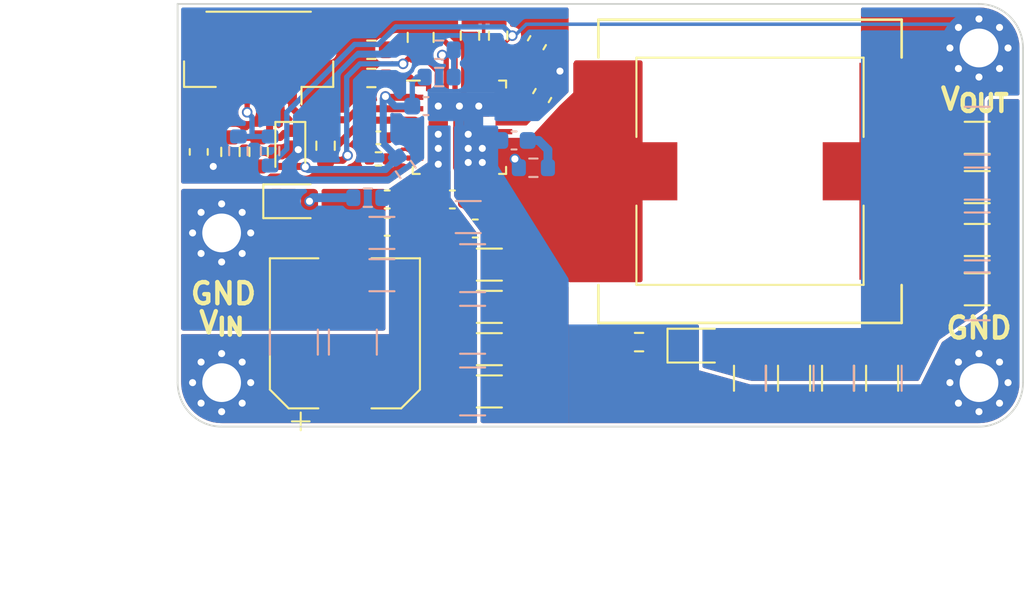
<source format=kicad_pcb>
(kicad_pcb (version 20211014) (generator pcbnew)
  (layers (0 "F.Cu" signal) (1 "In1.Cu" signal) (2 "In2.Cu" signal) (31 "B.Cu" signal) (34 "B.Paste" user) (35 "F.Paste" user) (36 "B.SilkS" user "B.Silkscreen") (37 "F.SilkS" user "F.Silkscreen") (38 "B.Mask" user) (39 "F.Mask" user) (44 "Edge.Cuts" user))
  (net 0 "")
  (net 1 "GND")
  (net 2 "/VOUT")
  (net 3 "/VIN")
  (net 7 "Net-(C13-Pad1)")
  (net 8 "Net-(F1-Pad2)")
  (net 9 "/SW")
  (net 10 "Net-(C13-Pad2)")
  (net 11 "/V_{DD}")
  (net 12 "/V_{DRV}")
  (net 13 "/EN")
  (net 14 "/I_{LIMIT}")
  (net 15 "/mode")
  (net 16 "/softstart")
  (net 17 "Net-(R1-Pad1)")
  (net 18 "/EXT_{PGOOD}")
  (net 19 "/EXT_{VFB}")
  (net 20 "/V_{FB}")
  (net 21 "/F_{SW}")
  (net 22 "Net-(D3-Pad1)")
  (net 23 "/A_{VIN}")
  (net 24 "Net-(D2-Pad2)")
  (net 25 "Net-(C36-Pad2)")
  (footprint "Capacitor_SMD:C_0603_1608Metric" (layer "F.Cu") (at 69.9 86.75)
    (fp_text reference "C19" hide)
    (fp_text value "C_Small" hide)
  )
  (footprint "Diode_SMD:D_0805_2012Metric" (layer "F.Cu") (at 82.5 93.4)
    (fp_text reference "D3" hide)
    (fp_text value "D_Small" hide)
  )
  (footprint "Resistor_SMD:R_0603_1608Metric" (layer "F.Cu") (at 56 82.4 -90)
    (fp_text reference "R8" hide)
    (fp_text value "2k" hide)
  )
  (footprint "Capacitor_SMD:C_1206_3216Metric" (layer "F.Cu") (at 98.4 84.4)
    (fp_text reference "C6" hide)
    (fp_text value "C_Small" hide)
  )
  (footprint "Capacitor_SMD:C_0603_1608Metric" (layer "F.Cu") (at 64.9 86.65 180)
    (fp_text reference "C35" hide)
    (fp_text value "C_Small" hide)
  )
  (footprint "Resistor_SMD:R_0603_1608Metric" (layer "F.Cu") (at 64 78.2)
    (fp_text reference "R4" hide)
    (fp_text value "?" hide)
  )
  (footprint "Capacitor_SMD:C_1206_3216Metric" (layer "F.Cu") (at 90.5 95.25 -90)
    (fp_text reference "C3" hide)
    (fp_text value "C_Small" hide)
  )
  (footprint "Capacitor_SMD:C_0603_1608Metric" (layer "F.Cu") (at 73.7 79.2 60)
    (fp_text reference "C16" hide)
    (fp_text value "4.7uf" hide)
  )
  (footprint "Capacitor_SMD:CP_Elec_8x10" (layer "F.Cu") (at 62.5 92.7 90)
    (fp_text reference "C21" hide)
    (fp_text value "C_Polarized_Small" hide)
  )
  (footprint "Resistor_SMD:R_0603_1608Metric" (layer "F.Cu") (at 61.4 82.05 90)
    (fp_text reference "R9" hide)
    (fp_text value "100k" hide)
  )
  (footprint "Capacitor_SMD:C_1206_3216Metric" (layer "F.Cu") (at 98.4 81.6)
    (fp_text reference "C1" hide)
    (fp_text value "C_Small" hide)
  )
  (footprint "Capacitor_SMD:C_0402_1005Metric" (layer "F.Cu") (at 64.4 81.6 180)
    (fp_text reference "C13" hide)
    (fp_text value "100n" hide)
  )
  (footprint "local:Vishay_PowerPAK_MLP55-27L" (layer "F.Cu") (at 69 81)
    (fp_text reference "U1" hide)
    (fp_text value "SIC476" hide)
  )
  (footprint "Capacitor_SMD:C_0603_1608Metric" (layer "F.Cu") (at 73.4 76.2 60)
    (fp_text reference "C17" hide)
    (fp_text value "33nF" hide)
  )
  (footprint "Capacitor_SMD:C_1206_3216Metric" (layer "F.Cu") (at 70.7 91.2)
    (fp_text reference "C7" hide)
    (fp_text value "C_Small" hide)
  )
  (footprint "Capacitor_SMD:C_1206_3216Metric" (layer "F.Cu") (at 70.7 93.6)
    (fp_text reference "C8" hide)
    (fp_text value "C_Small" hide)
  )
  (footprint "Connector_JST:JST_GH_SM04B-GHS-TB_1x04-1MP_P1.25mm_Horizontal" (layer "F.Cu") (at 57.6 77 180)
    (fp_text reference "J1" hide)
    (fp_text value "Conn_01x04" hide)
  )
  (footprint "Resistor_SMD:R_0603_1608Metric" (layer "F.Cu") (at 71.2 75.8 -90)
    (fp_text reference "R2" hide)
    (fp_text value "?" hide)
  )
  (footprint "Inductor_SMD:L_Vishay_IHLP-5050" (layer "F.Cu") (at 85.5 83.5)
    (fp_text reference "L2" hide)
    (fp_text value "INDUCTOR" hide)
  )
  (footprint "Fuse:Fuse_0603_1608Metric" (layer "F.Cu") (at 54.2 82.4 90)
    (fp_text reference "F1" hide)
    (fp_text value "Polyfuse_Small" hide)
  )
  (footprint "Capacitor_SMD:C_1206_3216Metric" (layer "F.Cu") (at 85.5 95.25 -90)
    (fp_text reference "C11" hide)
    (fp_text value "C_Small" hide)
  )
  (footprint "Capacitor_SMD:C_0805_2012Metric" (layer "F.Cu") (at 66.8 75.9 90)
    (fp_text reference "C15" hide)
    (fp_text value "1uf" hide)
  )
  (footprint "Capacitor_SMD:C_1206_3216Metric" (layer "F.Cu") (at 98.4 87.4)
    (fp_text reference "C18" hide)
    (fp_text value "C_Small" hide)
  )
  (footprint "MountingHole:MountingHole_2.2mm_M2_Pad_Via" (layer "F.Cu") (at 55.5 87)
    (fp_text reference "H4" hide)
    (fp_text value "MountingHole_Pad" hide)
  )
  (footprint "Resistor_SMD:R_0402_1005Metric" (layer "F.Cu") (at 64.4 82.8 180)
    (fp_text reference "R1" hide)
    (fp_text value "3R3" hide)
  )
  (footprint "Diode_SMD:D_0805_2012Metric" (layer "F.Cu") (at 59.55 85.2)
    (fp_text reference "D2" hide)
    (fp_text value "D_Small" hide)
  )
  (footprint "Diode_SMD:D_SOD-323" (layer "F.Cu") (at 59.4 82.2 -90)
    (fp_text reference "D1" hide)
    (fp_text value "D_Schottky" hide)
  )
  (footprint "MountingHole:MountingHole_2.2mm_M2_Pad_Via" (layer "F.Cu") (at 55.5 95.5)
    (fp_text reference "H3" hide)
    (fp_text value "MountingHole_Pad" hide)
  )
  (footprint "Resistor_SMD:R_0603_1608Metric" (layer "F.Cu") (at 79.2 93.2)
    (fp_text reference "R14" hide)
    (fp_text value "10k" hide)
  )
  (footprint "Capacitor_SMD:C_1206_3216Metric" (layer "F.Cu") (at 98.4 90.2)
    (fp_text reference "C12" hide)
    (fp_text value "C_Small" hide)
  )
  (footprint "Capacitor_SMD:C_1206_3216Metric" (layer "F.Cu") (at 93 95.25 -90)
    (fp_text reference "C2" hide)
    (fp_text value "C_Small" hide)
  )
  (footprint "Capacitor_SMD:C_1206_3216Metric" (layer "F.Cu") (at 70.7 96)
    (fp_text reference "C9" hide)
    (fp_text value "C_Small" hide)
  )
  (footprint "Resistor_SMD:R_0603_1608Metric" (layer "F.Cu") (at 57.6 82.4 90)
    (fp_text reference "R7" hide)
    (fp_text value "43k" hide)
  )
  (footprint "Capacitor_SMD:C_1206_3216Metric" (layer "F.Cu") (at 88 95.25 -90)
    (fp_text reference "C10" hide)
    (fp_text value "C_Small" hide)
  )
  (footprint "Resistor_SMD:R_0603_1608Metric" (layer "F.Cu") (at 69.6 75.8 90)
    (fp_text reference "R3" hide)
    (fp_text value "10k" hide)
  )
  (footprint "Resistor_SMD:R_0603_1608Metric" (layer "F.Cu") (at 64 76.6)
    (fp_text reference "R10" hide)
    (fp_text value "?" hide)
  )
  (footprint "MountingHole:MountingHole_2.2mm_M2_Pad_Via" (layer "F.Cu") (at 98.5 95.5)
    (fp_text reference "H2" hide)
    (fp_text value "MountingHole_Pad" hide)
  )
  (footprint "Capacitor_SMD:C_0603_1608Metric" (layer "F.Cu") (at 68.6 85.1)
    (fp_text reference "C37" hide)
    (fp_text value "C_Small" hide)
  )
  (footprint "Capacitor_SMD:C_1206_3216Metric" (layer "F.Cu") (at 70.7 88.8)
    (fp_text reference "C5" hide)
    (fp_text value "C_Small" hide)
  )
  (footprint "MountingHole:MountingHole_2.2mm_M2_Pad_Via" (layer "F.Cu") (at 98.5 76.5)
    (fp_text reference "H1" hide)
    (fp_text value "MountingHole_Pad" hide)
  )
  (footprint "Capacitor_SMD:C_0603_1608Metric" (layer "F.Cu") (at 64.9 85.1 180)
    (fp_text reference "C22" hide)
    (fp_text value "C_Small" hide)
  )
  (footprint "Inductor_SMD:L_Vishay_IHLP-6767" (layer "F.Cu") (at 85.5 83.5)
    (fp_text reference "L1" hide)
    (fp_text value "INDUCTOR" hide)
  )
  (footprint "Resistor_SMD:R_0603_1608Metric" (layer "B.Cu") (at 67.85 76.6)
    (fp_text reference "R6" hide)
    (fp_text value "0R" hide)
  )
  (footprint "Resistor_SMD:R_0603_1608Metric" (layer "B.Cu") (at 58.25 82.35 -90)
    (fp_text reference "R11" hide)
    (fp_text value "?" hide)
  )
  (footprint "Capacitor_SMD:C_1210_3225Metric" (layer "B.Cu") (at 62.95 93.2 90)
    (fp_text reference "C30" hide)
    (fp_text value "C_Small" hide)
  )
  (footprint "Capacitor_SMD:C_1210_3225Metric" (layer "B.Cu") (at 59.6 93.2 90)
    (fp_text reference "C31" hide)
    (fp_text value "C_Small" hide)
  )
  (footprint "Capacitor_SMD:C_1210_3225Metric" (layer "B.Cu") (at 98.4 81.2)
    (fp_text reference "C26" hide)
    (fp_text value "C_Small" hide)
  )
  (footprint "Resistor_SMD:R_0603_1608Metric" (layer "B.Cu") (at 65.95 83.4 125)
    (fp_text reference "R15" hide)
    (fp_text value "0R" hide)
  )
  (footprint "Capacitor_SMD:C_1210_3225Metric" (layer "B.Cu") (at 69.75 92.5)
    (fp_text reference "C32" hide)
    (fp_text value "C_Small" hide)
  )
  (footprint "Resistor_SMD:R_0603_1608Metric" (layer "B.Cu") (at 56.45 82.35 90)
    (fp_text reference "R12" hide)
    (fp_text value "10k" hide)
  )
  (footprint "Capacitor_SMD:C_1210_3225Metric" (layer "B.Cu") (at 92.75 95.25 -90)
    (fp_text reference "C23" hide)
    (fp_text value "C_Small" hide)
  )
  (footprint "Capacitor_SMD:C_1206_3216Metric" (layer "B.Cu") (at 98.4 84.2)
    (fp_text reference "C4" hide)
    (fp_text value "C_Small" hide)
  )
  (footprint "Capacitor_SMD:C_1210_3225Metric" (layer "B.Cu") (at 69.75 96)
    (fp_text reference "C33" hide)
    (fp_text value "C_Small" hide)
  )
  (footprint "Capacitor_SMD:C_1206_3216Metric" (layer "B.Cu") (at 64.6 87 180)
    (fp_text reference "C20" hide)
    (fp_text value "C_Small" hide)
  )
  (footprint "Capacitor_SMD:C_1210_3225Metric" (layer "B.Cu") (at 87.75 95.25 -90)
    (fp_text reference "C24" hide)
    (fp_text value "C_Small" hide)
  )
  (footprint "Resistor_SMD:R_0603_1608Metric" (layer "B.Cu") (at 67.85 78.15 180)
    (fp_text reference "R5" hide)
    (fp_text value "0R" hide)
  )
  (footprint "Resistor_SMD:R_0603_1608Metric" (layer "B.Cu") (at 73.2 83.3)
    (fp_text reference "R16" hide)
    (fp_text value "R_Small" hide)
  )
  (footprint "Capacitor_SMD:C_0603_1608Metric" (layer "B.Cu") (at 67.1 79.8)
    (fp_text reference "C14" hide)
    (fp_text value "0.1uf" hide)
  )
  (footprint "Capacitor_SMD:C_1206_3216Metric" (layer "B.Cu") (at 69.5 86.1)
    (fp_text reference "C29" hide)
    (fp_text value "C_Small" hide)
  )
  (footprint "Capacitor_SMD:C_1206_3216Metric" (layer "B.Cu") (at 64.6 89.4 180)
    (fp_text reference "C28" hide)
    (fp_text value "C_Small" hide)
  )
  (footprint "Resistor_SMD:R_0603_1608Metric" (layer "B.Cu") (at 63.8 85)
    (fp_text reference "R13" hide)
    (fp_text value "10k" hide)
  )
  (footprint "Capacitor_SMD:C_0603_1608Metric" (layer "B.Cu") (at 72.1 81.75)
    (fp_text reference "C36" hide)
    (fp_text value "100n" hide)
  )
  (footprint "Capacitor_SMD:C_1210_3225Metric" (layer "B.Cu") (at 98.4 90.6)
    (fp_text reference "C25" hide)
    (fp_text value "C_Small" hide)
  )
  (footprint "Capacitor_SMD:C_1210_3225Metric" (layer "B.Cu") (at 98.4 87.2)
    (fp_text reference "C27" hide)
    (fp_text value "C_Small" hide)
  )
  (footprint "Capacitor_SMD:C_1210_3225Metric" (layer "B.Cu") (at 69.75 89)
    (fp_text reference "C34" hide)
    (fp_text value "C_Small" hide)
  )
  (gr_line (start 53 74) (end 98.5 74) (layer "Edge.Cuts") (width 0.1))
  (gr_line (start 98.5 98) (end 55.5 98) (layer "Edge.Cuts") (width 0.1))
  (gr_arc (start 101 95.5) (mid 100.267767 97.267767) (end 98.5 98) (layer "Edge.Cuts") (width 0.1))
  (gr_line (start 101 76.5) (end 101 95.5) (layer "Edge.Cuts") (width 0.1))
  (gr_arc (start 98.5 74) (mid 100.267767 74.732233) (end 101 76.5) (layer "Edge.Cuts") (width 0.1))
  (gr_arc (start 55.5 98) (mid 53.732233 97.267767) (end 53 95.5) (layer "Edge.Cuts") (width 0.1))
  (gr_line (start 53 95.5) (end 53 74) (layer "Edge.Cuts") (width 0.1))
  (gr_text "GND" (at 98.5 92.4) (layer "F.SilkS") (effects (font (size 1.2 1.2) (thickness 0.25))))
  (gr_text "GND" (at 55.6 90.45) (layer "F.SilkS") (effects (font (size 1.2 1.2) (thickness 0.25))))
  (gr_text "V_{IN}" (at 55.5 92.1) (layer "F.SilkS") (effects (font (size 1.2 1.2) (thickness 0.25))))
  (gr_text "V_{OUT}" (at 98.25 79.4) (layer "F.SilkS") (effects (font (size 1.2 1.2) (thickness 0.25))))
  (segment (start 69.24952 78.47452) (end 69.24952 76.44952) (width 0.3) (layer "F.Cu") (net 1))
  (segment (start 74.0875 78.52883) (end 74.0875 78.435008) (width 0.3) (layer "F.Cu") (net 1))
  (segment (start 63.175 75.525) (end 63.175 78.2) (width 0.3) (layer "F.Cu") (net 1))
  (segment (start 54.425 83.225) (end 54.2 83) (width 0.4) (layer "F.Cu") (net 1))
  (segment (start 54.2 83.1875) (end 54.9875 83.1875) (width 0.4) (layer "F.Cu") (net 1))
  (segment (start 69.25 78.475) (end 69.25 79.55) (width 0.3) (layer "F.Cu") (net 1))
  (segment (start 73.359064 78.52883) (end 74.0875 78.52883) (width 0.3) (layer "F.Cu") (net 1))
  (segment (start 74.0875 75.82883) (end 73.7875 75.52883) (width 0.3) (layer "F.Cu") (net 1))
  (segment (start 66.8 74.95) (end 63.75 74.95) (width 0.3) (layer "F.Cu") (net 1))
  (segment (start 63.75 74.95) (end 63.175 75.525) (width 0.3) (layer "F.Cu") (net 1))
  (segment (start 69.24952 76.44952) (end 67.75 74.95) (width 0.3) (layer "F.Cu") (net 1))
  (segment (start 56.3 87.8) (end 55.5 87) (width 0.3) (layer "F.Cu") (net 1))
  (segment (start 74.0875 78.435008) (end 74.70844 77.814068) (width 0.3) (layer "F.Cu") (net 1))
  (segment (start 54.9875 83.1875) (end 55.025 83.225) (width 0.4) (layer "F.Cu") (net 1))
  (segment (start 67.75 74.95) (end 66.8 74.95) (width 0.3) (layer "F.Cu") (net 1))
  (segment (start 69.25 78.475) (end 69.24952 78.47452) (width 0.3) (layer "F.Cu") (net 1))
  (segment (start 74.115029 75.856359) (end 73.7875 75.52883) (width 0.4) (layer "F.Cu") (net 1))
  (segment (start 56 83.225) (end 55.025 83.225) (width 0.4) (layer "F.Cu") (net 1))
  (segment (start 72.366958 79.859857) (end 72.829931 79.057963) (width 0.3) (layer "F.Cu") (net 1))
  (segment (start 72.403557 79.996443) (end 72.366958 79.859857) (width 0.3) (layer "F.Cu") (net 1))
  (segment (start 69.25 79.55) (end 69 79.8) (width 0.3) (layer "F.Cu") (net 1))
  (segment (start 71.525 80.25) (end 72.15 80.25) (width 0.3) (layer "F.Cu") (net 1))
  (segment (start 72.829931 79.057963) (end 73.359064 78.52883) (width 0.3) (layer "F.Cu") (net 1))
  (segment (start 74.0875 78.52883) (end 74.0875 75.82883) (width 0.3) (layer "F.Cu") (net 1))
  (segment (start 72.15 80.25) (end 72.403557 79.996443) (width 0.3) (layer "F.Cu") (net 1))
  (via (at 69.5 82.2) (size 0.6) (drill 0.4) (layers "F.Cu" "B.Cu") (net 1))
  (via (at 59.84785 82.271275) (size 0.6) (drill 0.4) (layers "F.Cu" "B.Cu") (net 1))
  (via (at 70.1 79.8) (size 0.6) (drill 0.4) (layers "F.Cu" "B.Cu") (net 1))
  (via (at 70.3 83) (size 0.6) (drill 0.4) (layers "F.Cu" "B.Cu") (net 1))
  (via (at 55.025 83.225) (size 0.6) (drill 0.4) (layers "F.Cu" "B.Cu") (net 1))
  (via (at 69.5 81.4) (size 0.6) (drill 0.4) (layers "F.Cu" "B.Cu") (net 1))
  (via (at 70.3 82.2) (size 0.6) (drill 0.4) (layers "F.Cu" "B.Cu") (net 1))
  (via (at 69 79.8) (size 0.6) (drill 0.4) (layers "F.Cu" "B.Cu") (net 1))
  (via (at 74.70844 77.814068) (size 0.6) (drill 0.4) (layers "F.Cu" "B.Cu") (net 1))
  (via (at 67.8 79.8) (size 0.6) (drill 0.4) (layers "F.Cu" "B.Cu") (net 1))
  (via (at 69.5 83) (size 0.6) (drill 0.4) (layers "F.Cu" "B.Cu") (net 1))
  (segment (start 69.6 81.4) (end 69.8 81.2) (width 0.5) (layer "B.Cu") (net 1))
  (segment (start 69.8 81.2) (end 70.1 80.9) (width 0.5) (layer "B.Cu") (net 1))
  (segment (start 70.1 80.9) (end 70.1 79.8) (width 0.5) (layer "B.Cu") (net 1))
  (segment (start 69.5 81.4) (end 69.6 81.4) (width 0.5) (layer "B.Cu") (net 1))
  (segment (start 69.8 80.5) (end 69.6 80.3) (width 0.5) (layer "B.Cu") (net 1))
  (segment (start 69.4 81.4) (end 69 81) (width 0.5) (layer "B.Cu") (net 1))
  (segment (start 71.325 81.75) (end 70.35 81.75) (width 0.5) (layer "B.Cu") (net 1))
  (segment (start 70.35 81.75) (end 70.3 81.8) (width 0.5) (layer "B.Cu") (net 1))
  (segment (start 69.5 81.4) (end 69.5 80.3) (width 0.5) (layer "B.Cu") (net 1))
  (segment (start 69.5 80.3) (end 69 79.8) (width 0.5) (layer "B.Cu") (net 1))
  (segment (start 69.8 81.2) (end 69.8 80.5) (width 0.5) (layer "B.Cu") (net 1))
  (segment (start 69.5 80.3) (end 69.6 80.3) (width 0.5) (layer "B.Cu") (net 1))
  (segment (start 69.6 80.3) (end 70.1 79.8) (width 0.5) (layer "B.Cu") (net 1))
  (segment (start 69 81) (end 69 79.8) (width 0.5) (layer "B.Cu") (net 1))
  (segment (start 69.5 81.4) (end 69.4 81.4) (width 0.5) (layer "B.Cu") (net 1))
  (segment (start 72 75.8) (end 71.2 76.6) (width 0.2) (layer "F.Cu") (net 2))
  (segment (start 70.75 77.65) (end 71.2 77.2) (width 0.2) (layer "F.Cu") (net 2))
  (segment (start 71.2 77.2) (end 71.2 76.625) (width 0.2) (layer "F.Cu") (net 2))
  (segment (start 71.2 76.6) (end 71.2 76.625) (width 0.2) (layer "F.Cu") (net 2))
  (segment (start 70.75 78.475) (end 70.75 77.65) (width 0.2) (layer "F.Cu") (net 2))
  (via (at 72 75.8) (size 0.6) (drill 0.4) (layers "F.Cu" "B.Cu") (net 2))
  (segment (start 99.25 76.5) (end 100.5 76.5) (width 0.2) (layer "B.Cu") (net 2))
  (segment (start 65.4 75.3) (end 71.5 75.3) (width 0.3) (layer "B.Cu") (net 2))
  (segment (start 71.5 75.3) (end 72 75.8) (width 0.3) (layer "B.Cu") (net 2))
  (segment (start 59.2 80.15) (end 63.05 76.3) (width 0.3) (layer "B.Cu") (net 2))
  (segment (start 64.4 76.3) (end 65.4 75.3) (width 0.3) (layer "B.Cu") (net 2))
  (segment (start 63.05 76.3) (end 64.4 76.3) (width 0.3) (layer "B.Cu") (net 2))
  (segment (start 58.25 83.175) (end 59.2 82.225) (width 0.3) (layer "B.Cu") (net 2))
  (segment (start 72.8 75.15) (end 97.9 75.15) (width 0.2) (layer "B.Cu") (net 2))
  (segment (start 72 75.8) (end 72.15 75.8) (width 0.2) (layer "B.Cu") (net 2))
  (segment (start 72.15 75.8) (end 72.8 75.15) (width 0.2) (layer "B.Cu") (net 2))
  (segment (start 97.9 75.15) (end 99.25 76.5) (width 0.2) (layer "B.Cu") (net 2))
  (segment (start 59.2 82.225) (end 59.2 80.15) (width 0.3) (layer "B.Cu") (net 2))
  (segment (start 55.5 95.5) (end 54.3 94.3) (width 0.3) (layer "F.Cu") (net 3))
  (via (at 67.8 82.2) (size 0.6) (drill 0.4) (layers "F.Cu" "B.Cu") (net 3))
  (via (at 67.8 83.1) (size 0.6) (drill 0.4) (layers "F.Cu" "B.Cu") (net 3))
  (via (at 67.8 81.4) (size 0.6) (drill 0.4) (layers "F.Cu" "B.Cu") (net 3))
  (segment (start 65.499001 85) (end 66.423201 84.0758) (width 0.3) (layer "B.Cu") (net 3))
  (segment (start 64.625 85) (end 65.499001 85) (width 0.3) (layer "B.Cu") (net 3))
  (segment (start 65.23 81.25) (end 64.88 81.6) (width 0.2) (layer "F.Cu") (net 7))
  (segment (start 66.475 81.25) (end 65.23 81.25) (width 0.2) (layer "F.Cu") (net 7))
  (segment (start 55.725 78.85) (end 54.55 78.85) (width 0.4) (layer "F.Cu") (net 8))
  (segment (start 54.55 78.85) (end 54.2 79.2) (width 0.4) (layer "F.Cu") (net 8))
  (segment (start 54.2 79.2) (end 54.2 81.6125) (width 0.4) (layer "F.Cu") (net 8))
  (via (at 72.15 82.8) (size 0.6) (drill 0.4) (layers "F.Cu" "B.Cu") (net 9))
  (segment (start 72.375 83.025) (end 72.375 83.3) (width 0.5) (layer "B.Cu") (net 9))
  (segment (start 72.15 82.8) (end 72.375 83.025) (width 0.5) (layer "B.Cu") (net 9))
  (segment (start 63.89 81.63) (end 63.92 81.6) (width 0.2) (layer "F.Cu") (net 10))
  (segment (start 63.89 82.8) (end 63.89 81.63) (width 0.2) (layer "F.Cu") (net 10))
  (segment (start 66.8 76.85) (end 66.35 76.85) (width 0.3) (layer "F.Cu") (net 11))
  (segment (start 66.35 76.85) (end 65.8 77.4) (width 0.3) (layer "F.Cu") (net 11))
  (segment (start 67.75 78.475) (end 67.75 77.8) (width 0.3) (layer "F.Cu") (net 11))
  (segment (start 67.75 77.8) (end 66.8 76.85) (width 0.3) (layer "F.Cu") (net 11))
  (segment (start 61.4 82.875) (end 62.375 82.875) (width 0.4) (layer "F.Cu") (net 11))
  (segment (start 62.375 82.875) (end 62.65 82.6) (width 0.4) (layer "F.Cu") (net 11))
  (via (at 62.65 82.6) (size 0.6) (drill 0.4) (layers "F.Cu" "B.Cu") (net 11))
  (via (at 65.8 77.4) (size 0.6) (drill 0.4) (layers "F.Cu" "B.Cu") (net 11))
  (segment (start 62.6 78.15) (end 63.35 77.4) (width 0.3) (layer "B.Cu") (net 11))
  (segment (start 63.35 77.4) (end 65.8 77.4) (width 0.3) (layer "B.Cu") (net 11))
  (segment (start 62.65 82.6) (end 62.6 82.55) (width 0.3) (layer "B.Cu") (net 11))
  (segment (start 62.6 82.55) (end 62.6 78.15) (width 0.3) (layer "B.Cu") (net 11))
  (segment (start 71.525 80.75) (end 72.75 80.75) (width 0.3) (layer "F.Cu") (net 12))
  (segment (start 72.75 80.75) (end 73.6 79.9) (width 0.3) (layer "F.Cu") (net 12))
  (segment (start 58.825 81.575) (end 58.225 81.575) (width 0.4) (layer "F.Cu") (net 13))
  (segment (start 56 81.575) (end 58.225 81.575) (width 0.4) (layer "F.Cu") (net 13))
  (segment (start 58.225 78.85) (end 58.225 81.575) (width 0.4) (layer "F.Cu") (net 13))
  (segment (start 59.05 81.35) (end 58.825 81.575) (width 0.4) (layer "F.Cu") (net 13))
  (segment (start 63.5 80.6) (end 62.07548 82.02452) (width 0.4) (layer "F.Cu") (net 13))
  (segment (start 60.77452 82.02452) (end 60.1 81.35) (width 0.4) (layer "F.Cu") (net 13))
  (segment (start 60.1 81.35) (end 59.05 81.35) (width 0.4) (layer "F.Cu") (net 13))
  (segment (start 66.475 80.6) (end 63.5 80.6) (width 0.4) (layer "F.Cu") (net 13))
  (segment (start 62.07548 82.02452) (end 60.77452 82.02452) (width 0.4) (layer "F.Cu") (net 13))
  (segment (start 68.0245 76.9) (end 68.25 77.1255) (width 0.3) (layer "F.Cu") (net 14))
  (segment (start 68.25 77.1255) (end 68.25 78.475) (width 0.3) (layer "F.Cu") (net 14))
  (via (at 68.0245 76.9) (size 0.6) (drill 0.4) (layers "F.Cu" "B.Cu") (net 14))
  (segment (start 68.675 77.125) (end 68.675 78.15) (width 0.3) (layer "B.Cu") (net 14))
  (segment (start 68.45 76.9) (end 68.675 77.125) (width 0.3) (layer "B.Cu") (net 14))
  (segment (start 68.0245 76.9) (end 68.45 76.9) (width 0.3) (layer "B.Cu") (net 14))
  (segment (start 66.2 78.2) (end 66.475 78.475) (width 0.4) (layer "F.Cu") (net 15))
  (segment (start 66.475 78.475) (end 67.20048 78.475) (width 0.4) (layer "F.Cu") (net 15))
  (segment (start 64.825 78.2) (end 66.2 78.2) (width 0.4) (layer "F.Cu") (net 15))
  (segment (start 71.525 79.25) (end 71.85 79.25) (width 0.3) (layer "F.Cu") (net 16))
  (segment (start 73.0125 78.0875) (end 73.0125 76.87117) (width 0.3) (layer "F.Cu") (net 16))
  (segment (start 71.85 79.25) (end 73.0125 78.0875) (width 0.3) (layer "F.Cu") (net 16))
  (segment (start 66.475 82.25) (end 65.75 82.25) (width 0.2) (layer "F.Cu") (net 17))
  (segment (start 64.96 82.75) (end 64.91 82.8) (width 0.2) (layer "F.Cu") (net 17))
  (segment (start 66.475 82.75) (end 65.25 82.75) (width 0.2) (layer "F.Cu") (net 17))
  (segment (start 65.75 82.25) (end 65.25 82.75) (width 0.2) (layer "F.Cu") (net 17))
  (segment (start 65.25 82.75) (end 64.96 82.75) (width 0.2) (layer "F.Cu") (net 17))
  (segment (start 61.825 80.575) (end 60.175 80.575) (width 0.4) (layer "F.Cu") (net 18))
  (segment (start 62.625 80.575) (end 61.825 80.575) (width 0.4) (layer "F.Cu") (net 18))
  (segment (start 61.4 81) (end 61.825 80.575) (width 0.3) (layer "F.Cu") (net 18))
  (segment (start 61.4 81.225) (end 61.4 81) (width 0.3) (layer "F.Cu") (net 18))
  (segment (start 60.175 80.575) (end 59.475 79.875) (width 0.4) (layer "F.Cu") (net 18))
  (segment (start 59.475 79.875) (end 59.475 78.85) (width 0.4) (layer "F.Cu") (net 18))
  (segment (start 63.25 79.95) (end 62.625 80.575) (width 0.4) (layer "F.Cu") (net 18))
  (segment (start 66.475 79.95) (end 63.25 79.95) (width 0.4) (layer "F.Cu") (net 18))
  (segment (start 56.95 78.875) (end 56.975 78.85) (width 0.3) (layer "F.Cu") (net 19))
  (segment (start 56.95 80.15) (end 56.95 78.875) (width 0.3) (layer "F.Cu") (net 19))
  (via (at 56.95 80.15) (size 0.6) (drill 0.4) (layers "F.Cu" "B.Cu") (net 19))
  (segment (start 57.225 81.525) (end 57.225 80.425) (width 0.3) (layer "B.Cu") (net 19))
  (segment (start 56.45 81.525) (end 57.225 81.525) (width 0.3) (layer "B.Cu") (net 19))
  (segment (start 57.225 81.525) (end 58.25 81.525) (width 0.3) (layer "B.Cu") (net 19))
  (segment (start 57.225 80.425) (end 56.95 80.15) (width 0.3) (layer "B.Cu") (net 19))
  (segment (start 70.375 74.975) (end 71.2 74.975) (width 0.3) (layer "F.Cu") (net 20))
  (segment (start 69.6 74.975) (end 70.375 74.975) (width 0.3) (layer "F.Cu") (net 20))
  (segment (start 69.75 77.750978) (end 70.375 77.125978) (width 0.2) (layer "F.Cu") (net 20))
  (segment (start 69.75 78.475) (end 69.75 77.750978) (width 0.2) (layer "F.Cu") (net 20))
  (segment (start 70.375 77.125978) (end 70.375 74.975) (width 0.2) (layer "F.Cu") (net 20))
  (segment (start 68.75 78.475) (end 68.75 76.706952) (width 0.3) (layer "F.Cu") (net 21))
  (segment (start 65.42452 76.00048) (end 64.825 76.6) (width 0.3) (layer "F.Cu") (net 21))
  (segment (start 68.75 76.706952) (end 68.043528 76.00048) (width 0.3) (layer "F.Cu") (net 21))
  (segment (start 68.043528 76.00048) (end 65.42452 76.00048) (width 0.3) (layer "F.Cu") (net 21))
  (segment (start 81.0125 93.2) (end 81.5625 93.75) (width 0.25) (layer "F.Cu") (net 22))
  (segment (start 79.825 93.5) (end 79.825 93.4) (width 0.25) (layer "F.Cu") (net 22))
  (segment (start 79.825 93.4) (end 80.025 93.2) (width 0.25) (layer "F.Cu") (net 22))
  (segment (start 80.025 93.2) (end 81.0125 93.2) (width 0.25) (layer "F.Cu") (net 22))
  (segment (start 64.8 79.2505) (end 64.8495 79.3) (width 0.4) (layer "F.Cu") (net 23))
  (segment (start 60.225 83.225) (end 57.6 83.225) (width 0.4) (layer "F.Cu") (net 23))
  (segment (start 60.25 83.25) (end 60.225 83.225) (width 0.4) (layer "F.Cu") (net 23))
  (segment (start 64.8495 79.3) (end 66.475 79.3) (width 0.4) (layer "F.Cu") (net 23))
  (via (at 64.8 79.2505) (size 0.6) (drill 0.4) (layers "F.Cu" "B.Cu") (net 23))
  (via (at 60.25 83.25) (size 0.6) (drill 0.4) (layers "F.Cu" "B.Cu") (net 23))
  (segment (start 66.6 78.15) (end 67.025 78.15) (width 0.3) (layer "B.Cu") (net 23))
  (segment (start 64.8 79.2505) (end 65.3495 79.8) (width 0.4) (layer "B.Cu") (net 23))
  (segment (start 65.3495 79.8) (end 66.325 79.8) (width 0.4) (layer "B.Cu") (net 23))
  (segment (start 66.325 78.425) (end 66.6 78.15) (width 0.3) (layer "B.Cu") (net 23))
  (segment (start 64.800999 83.4) (end 65.476799 82.7242) (width 0.4) (layer "B.Cu") (net 23))
  (segment (start 60.4 83.4) (end 64.800999 83.4) (width 0.4) (layer "B.Cu") (net 23))
  (segment (start 64.675 81.922401) (end 64.675 79.3755) (width 0.4) (layer "B.Cu") (net 23))
  (segment (start 64.675 79.3755) (end 64.8 79.2505) (width 0.4) (layer "B.Cu") (net 23))
  (segment (start 66.325 79.8) (end 66.325 78.425) (width 0.3) (layer "B.Cu") (net 23))
  (segment (start 65.476799 82.7242) (end 64.675 81.922401) (width 0.4) (layer "B.Cu") (net 23))
  (segment (start 60.25 83.25) (end 60.4 83.4) (width 0.4) (layer "B.Cu") (net 23))
  (via (at 60.4875 85.2) (size 0.6) (drill 0.4) (layers "F.Cu" "B.Cu") (net 24))
  (segment (start 62.975 85) (end 60.6875 85) (width 0.5) (layer "B.Cu") (net 24))
  (segment (start 60.6875 85) (end 60.4875 85.2) (width 0.5) (layer "B.Cu") (net 24))
  (segment (start 74.025 83.3) (end 74.025 82.275) (width 0.5) (layer "B.Cu") (net 25))
  (segment (start 74.025 82.275) (end 73.5 81.75) (width 0.5) (layer "B.Cu") (net 25))
  (segment (start 73.5 81.75) (end 72.875 81.75) (width 0.5) (layer "B.Cu") (net 25))
  (zone (net 0) (net_name "") (layers "F.Cu" "In1.Cu" "In2.Cu" "B.Cu") (connect_pads yes (clearance 0)) (min_thickness 0.254)
    (keepout (tracks allowed) (vias allowed) (pads allowed) (copperpour not_allowed) (footprints allowed))
    (fill (thermal_gap 0.508) (thermal_bridge_width 0.508))
    (polygon (pts (xy 71 80.9) (xy 70.2 80.9) (xy 70.2 80.4) (xy 71 80.4)))
  )
  (zone (net 3) (net_name "/VIN") (layers F&B.Cu) (priority 5) (connect_pads yes (clearance 0.2)) (min_thickness 0.1) (fill yes (thermal_gap 0.508) (thermal_bridge_width 0.508))
    (polygon (pts (xy 57.75 92.75) (xy 65 92.75) (xy 65 84.5) (xy 67.2 83) (xy 67.2 80.65) (xy 68.5 80.65) (xy 68.5 85) (xy 70 87) (xy 70 98) (xy 53 98) (xy 53 92.75) (xy 57.65 92.75)))
  )
  (zone (net 1) (net_name "GND") (layers F&B.Cu) (priority 2) (connect_pads yes (clearance 0.2)) (min_thickness 0.254) (fill yes (thermal_gap 0.508) (thermal_bridge_width 0.508))
    (polygon (pts (xy 71.2 83.2) (xy 75.2 89.6) (xy 75.2 92.8) (xy 75.2 95) (xy 75.2 96.6) (xy 75.2 98) (xy 72 98) (xy 70 98) (xy 70 87) (xy 68.4 85) (xy 68.4 80.6) (xy 71.2 80.6)))
  )
  (zone (net 1) (net_name "GND") (layers F&B.Cu) (connect_pads yes (clearance 0.2)) (min_thickness 0.254) (fill yes (thermal_gap 0.508) (thermal_bridge_width 0.508))
    (polygon (pts (xy 64.8 92.6) (xy 53 92.6) (xy 53 84.4) (xy 64.8 84.4)))
  )
  (zone (net 1) (net_name "GND") (layer "F.Cu") (priority 4) (connect_pads yes (clearance 0.2)) (min_thickness 0.254) (fill yes (thermal_gap 0.508) (thermal_bridge_width 0.508))
    (polygon (pts (xy 70.8 80.4) (xy 70.2 80.4) (xy 70.2 81) (xy 68.6 81) (xy 68.6 80.4) (xy 67.2 80.4) (xy 67.2 79.2) (xy 70.8 79.2)))
  )
  (zone (net 0) (net_name "") (layers "F.Cu" "In1.Cu" "In2.Cu" "B.Cu") (name "agnd separation") (connect_pads yes (clearance 0)) (min_thickness 0.254)
    (keepout (tracks allowed) (vias allowed) (pads allowed) (copperpour not_allowed) (footprints allowed))
    (fill (thermal_gap 0.508) (thermal_bridge_width 0.508))
    (polygon (pts (xy 62.8 84.25) (xy 63.25 84.25) (xy 65 84.25) (xy 67 82.8) (xy 67 80.65) (xy 73.5 80.65) (xy 75.25 79) (xy 75.25 74) (xy 75.5 74) (xy 75.5 79) (xy 73.5 80.9) (xy 67.2 80.9) (xy 67.2 83) (xy 65 84.5) (xy 63 84.5) (xy 52.8 84.5) (xy 52.8 84.25) (xy 62.5 84.25)))
  )
  (zone (net 9) (net_name "/SW") (layer "F.Cu") (priority 3) (connect_pads yes (clearance 0.2)) (min_thickness 0.254) (fill yes (thermal_gap 0.508) (thermal_bridge_width 0.508))
    (polygon (pts (xy 79.4 89.8) (xy 75.2 89.8) (xy 71 83.2) (xy 71 81.6) (xy 73 81.6) (xy 75.4 79) (xy 75.4 77.2) (xy 79.4 77.2)))
  )
  (zone (net 1) (net_name "GND") (layers F&B.Cu) (connect_pads yes (clearance 0.2)) (min_thickness 0.21) (fill yes (thermal_gap 0.508) (thermal_bridge_width 0.508))
    (polygon (pts (xy 75.2 79) (xy 73.4 80.8) (xy 71 80.8) (xy 71 79) (xy 67 79) (xy 67 82.8) (xy 65 84.2) (xy 52.8 84.2) (xy 52.8 74) (xy 75.2 74)))
  )
  (zone (net 2) (net_name "/VOUT") (layers F&B.Cu) (priority 2) (connect_pads yes (clearance 0.2)) (min_thickness 0.21) (fill yes (thermal_gap 0.508) (thermal_bridge_width 0.508))
    (polygon (pts (xy 101 98) (xy 85.6 98) (xy 85.6 95.4) (xy 82.8 94.8) (xy 82.8 92.4) (xy 91.8 92.4) (xy 91.8 74) (xy 101 74)))
  )
  (zone (net 1) (net_name "GND") (layers F&B.Cu) (priority 3) (connect_pads yes (clearance 0.2)) (min_thickness 0.21) (fill yes (thermal_gap 0.508) (thermal_bridge_width 0.508))
    (polygon (pts (xy 101 97.8) (xy 75.2 97.8) (xy 75.2 92.2) (xy 82.6 92.2) (xy 82.6 94) (xy 82.6 94.8) (xy 85.5 95.6) (xy 95.2 95.6) (xy 96.4 93.2) (xy 99 91.4) (xy 99 79.4) (xy 101 79.4)))
  )
  (zone (net 0) (net_name "") (layer "B.Cu") (connect_pads (clearance 0)) (min_thickness 0.254)
    (keepout (tracks allowed) (vias allowed) (pads allowed) (copperpour not_allowed) (footprints allowed))
    (fill (thermal_gap 0.508) (thermal_bridge_width 0.508))
    (polygon (pts (xy 98.75 75.25) (xy 98.25 76) (xy 97.75 75.5) (xy 91.25 75.5) (xy 91.25 74.75) (xy 98 74.75)))
  )
  (zone (net 1) (net_name "GND") (layer "B.Cu") (connect_pads yes (clearance 0.2)) (min_thickness 0.21) (fill yes (thermal_gap 0.508) (thermal_bridge_width 0.508))
    (polygon (pts (xy 71.2 80.65) (xy 67.2 80.65) (xy 67.2 79) (xy 71.2 79)))
  )
)
</source>
